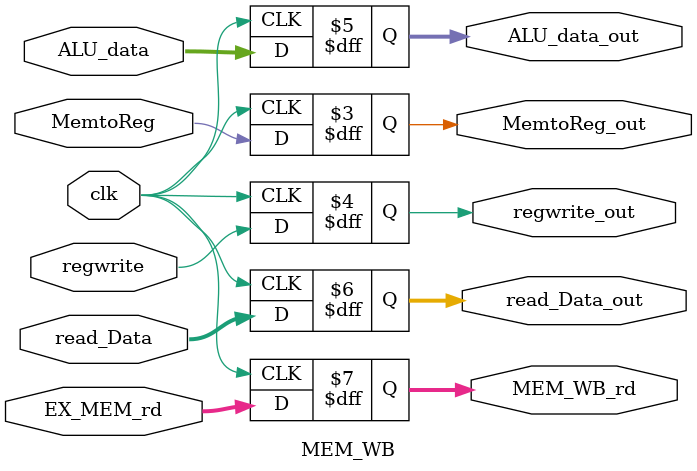
<source format=v>

module MEM_WB (
    input clk,

    // MEM stage outputs
    input [63:0] ALU_data,read_Data, // Data to be written to register

    // Control Inputs
    input MemtoReg, // WB control
    input regwrite, // WB control

    // Control Outputs
    output reg MemtoReg_out, // WB
    output reg regwrite_out, // WB

    // for forwarding unit
    input [4:0] EX_MEM_rd,
    
    // Data Outputs\
    output reg [63:0] ALU_data_out, // WB
    output reg [63:0] read_Data_out, // WB

    // for forwarding unit
    output reg [4:0] MEM_WB_rd//output of EX_MEM_rd

);

    always @(posedge clk) begin
        // Forward all inputs to outputs
        read_Data_out      <= read_Data;
        ALU_data_out     <= ALU_data;
        MemtoReg_out     <= MemtoReg;
        regwrite_out     <= regwrite;
        MEM_WB_rd        <= EX_MEM_rd;
    end

 always@(posedge clk) begin
    #1;
    // $display("MEM_WB: read_Data_out = %d, ALU_data_out = %d, MemtoReg_out = %d, regwrite_out = %d, MEM_WB_rd = %d", read_Data_out, ALU_data_out, MemtoReg_out, regwrite_out, MEM_WB_rd);
    $display("MEM_WB: MEM_WB_rd = %d", MEM_WB_rd);
    end
endmodule



</source>
